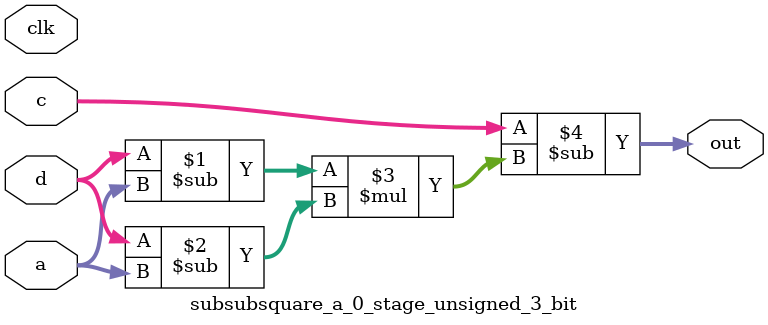
<source format=sv>
(* use_dsp = "yes" *) module subsubsquare_a_0_stage_unsigned_3_bit(
	input  [2:0] a,
	input  [2:0] c,
	input  [2:0] d,
	output [2:0] out,
	input clk);

	assign out = c - ((d - a) * (d - a));
endmodule

</source>
